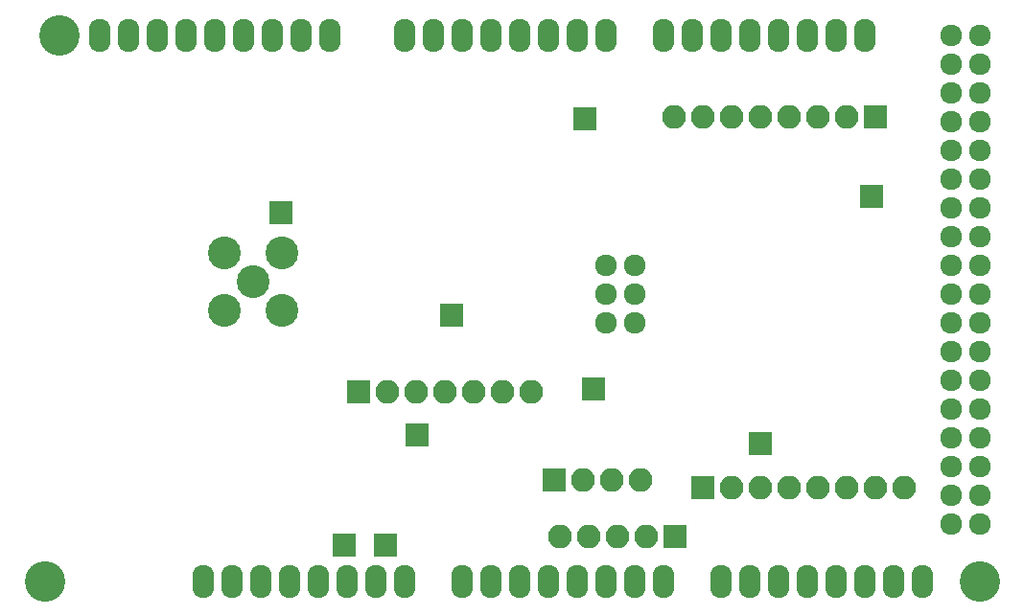
<source format=gts>
G04 #@! TF.FileFunction,Soldermask,Top*
%FSLAX46Y46*%
G04 Gerber Fmt 4.6, Leading zero omitted, Abs format (unit mm)*
G04 Created by KiCad (PCBNEW 4.0.7-e2-6376~58~ubuntu17.04.1) date Fri Apr 27 10:12:12 2018*
%MOMM*%
%LPD*%
G01*
G04 APERTURE LIST*
%ADD10C,0.100000*%
%ADD11C,2.900000*%
%ADD12R,2.100000X2.100000*%
%ADD13O,2.100000X2.100000*%
%ADD14O,1.924000X2.940000*%
%ADD15C,3.575000*%
%ADD16C,1.924000*%
G04 APERTURE END LIST*
D10*
D11*
X131760000Y-90640000D03*
X131760000Y-85560000D03*
X136840000Y-90640000D03*
X136840000Y-85560000D03*
X134300000Y-88100000D03*
D12*
X160900000Y-105600000D03*
D13*
X163440000Y-105600000D03*
X165980000Y-105600000D03*
X168520000Y-105600000D03*
D12*
X171500000Y-110600000D03*
D13*
X168960000Y-110600000D03*
X166420000Y-110600000D03*
X163880000Y-110600000D03*
X161340000Y-110600000D03*
D12*
X143600000Y-97800000D03*
D13*
X146140000Y-97800000D03*
X148680000Y-97800000D03*
X151220000Y-97800000D03*
X153760000Y-97800000D03*
X156300000Y-97800000D03*
X158840000Y-97800000D03*
D12*
X189200000Y-73500000D03*
D13*
X186660000Y-73500000D03*
X184120000Y-73500000D03*
X181580000Y-73500000D03*
X179040000Y-73500000D03*
X176500000Y-73500000D03*
X173960000Y-73500000D03*
X171420000Y-73500000D03*
D14*
X170480000Y-66300000D03*
X173020000Y-66300000D03*
X175560000Y-66300000D03*
X178100000Y-66300000D03*
X180640000Y-66300000D03*
X183180000Y-66300000D03*
X185720000Y-66300000D03*
X188260000Y-66300000D03*
X193340000Y-114560000D03*
X190800000Y-114560000D03*
X188260000Y-114560000D03*
X185720000Y-114560000D03*
X175560000Y-114560000D03*
X170480000Y-114560000D03*
X167940000Y-114560000D03*
X178100000Y-114560000D03*
X180640000Y-114560000D03*
X183180000Y-114560000D03*
X165400000Y-114560000D03*
X162860000Y-114560000D03*
X160320000Y-114560000D03*
X152700000Y-114560000D03*
X155240000Y-114560000D03*
X157780000Y-114560000D03*
X147620000Y-114560000D03*
X145080000Y-114560000D03*
X142540000Y-114560000D03*
X137460000Y-114560000D03*
X134920000Y-114560000D03*
X165400000Y-66300000D03*
X162860000Y-66300000D03*
X160320000Y-66300000D03*
X157780000Y-66300000D03*
X155240000Y-66300000D03*
X152700000Y-66300000D03*
X150160000Y-66300000D03*
X147620000Y-66300000D03*
X141016000Y-66300000D03*
X138476000Y-66300000D03*
X135936000Y-66300000D03*
X133396000Y-66300000D03*
X130856000Y-66300000D03*
X128316000Y-66300000D03*
X125776000Y-66300000D03*
X140000000Y-114560000D03*
D15*
X198420000Y-114560000D03*
X117140000Y-66300000D03*
X115870000Y-114560000D03*
D16*
X195880000Y-68840000D03*
X198420000Y-68840000D03*
X195880000Y-71380000D03*
X198420000Y-71380000D03*
X195880000Y-73920000D03*
X198420000Y-73920000D03*
X195880000Y-76460000D03*
X198420000Y-76460000D03*
X195880000Y-66300000D03*
X198420000Y-66300000D03*
X198420000Y-79000000D03*
X195880000Y-79000000D03*
X195880000Y-81540000D03*
X198420000Y-81540000D03*
X195880000Y-84080000D03*
X198420000Y-84080000D03*
X195880000Y-86620000D03*
X198420000Y-86620000D03*
X195880000Y-89160000D03*
X198420000Y-89160000D03*
X195880000Y-91700000D03*
X198420000Y-91700000D03*
X195880000Y-94240000D03*
X198420000Y-94240000D03*
X195880000Y-96780000D03*
X198420000Y-96780000D03*
X195880000Y-99320000D03*
X198420000Y-99320000D03*
X195880000Y-101860000D03*
X198420000Y-101860000D03*
X195880000Y-104400000D03*
X198420000Y-104400000D03*
X195880000Y-106940000D03*
X198420000Y-106940000D03*
X195880000Y-109480000D03*
X198420000Y-109480000D03*
X165400000Y-86620000D03*
X167940000Y-86620000D03*
X165400000Y-89160000D03*
X167940000Y-89160000D03*
X165400000Y-91700000D03*
X167940000Y-91700000D03*
D14*
X132380000Y-114560000D03*
X129840000Y-114560000D03*
X123236000Y-66300000D03*
X120696000Y-66300000D03*
D12*
X174000000Y-106300000D03*
D13*
X176540000Y-106300000D03*
X179080000Y-106300000D03*
X181620000Y-106300000D03*
X184160000Y-106300000D03*
X186700000Y-106300000D03*
X189240000Y-106300000D03*
X191780000Y-106300000D03*
D12*
X164300000Y-97600000D03*
X163600000Y-73700000D03*
X136700000Y-82000000D03*
X179100000Y-102400000D03*
X188900000Y-80600000D03*
X148800000Y-101600000D03*
X142300000Y-111400000D03*
X146000000Y-111400000D03*
X151800000Y-91100000D03*
M02*

</source>
